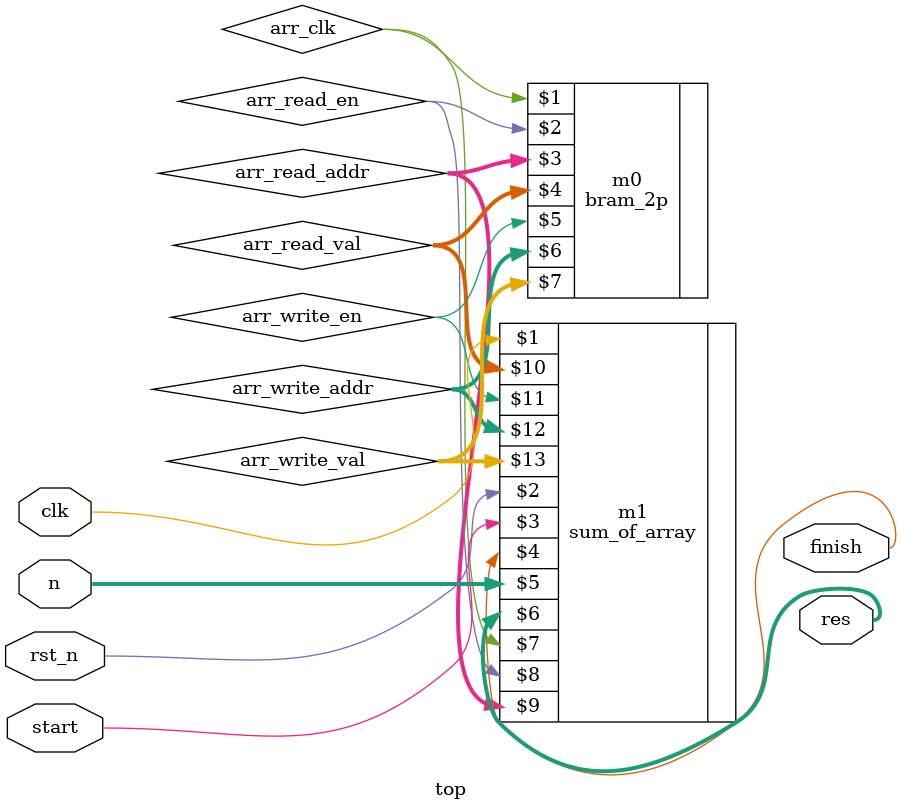
<source format=sv>
module top(
    clk,
    rst_n,
    start,
    finish,
    n,
    res
);
    input clk;
    input rst_n;
    input start;
    output finish;
    input [9:0] n;
    output [31:0] res;

    wire arr_clk;
    wire arr_read_en;
    wire [9:0] arr_read_addr;
    wire [31:0] arr_read_val;
    wire arr_write_en;
    wire [9:0] arr_write_addr;
    wire [31:0] arr_write_val;

    bram_2p m0(arr_clk, arr_read_en, arr_read_addr, arr_read_val, arr_write_en, arr_write_addr, arr_write_val);
    sum_of_array m1(clk, rst_n, start, finish, n, res, arr_clk, arr_read_en, arr_read_addr, arr_read_val, arr_write_en, arr_write_addr, arr_write_val);
endmodule
</source>
